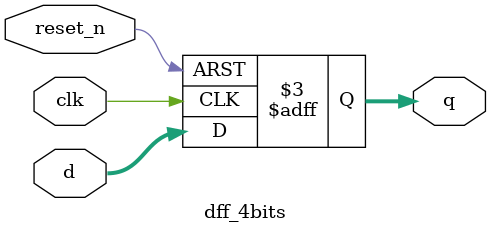
<source format=v>
module dff_4bits(clk, reset_n, d, q);
	input clk, reset_n;
	input [3:0] d;
	output reg [3:0] q;
	
	always@(posedge clk or negedge reset_n) begin
		if(reset_n == 0) 
		   q <= 4'b0000;
		else 
		   q <= d; 
	end
	
endmodule 
</source>
